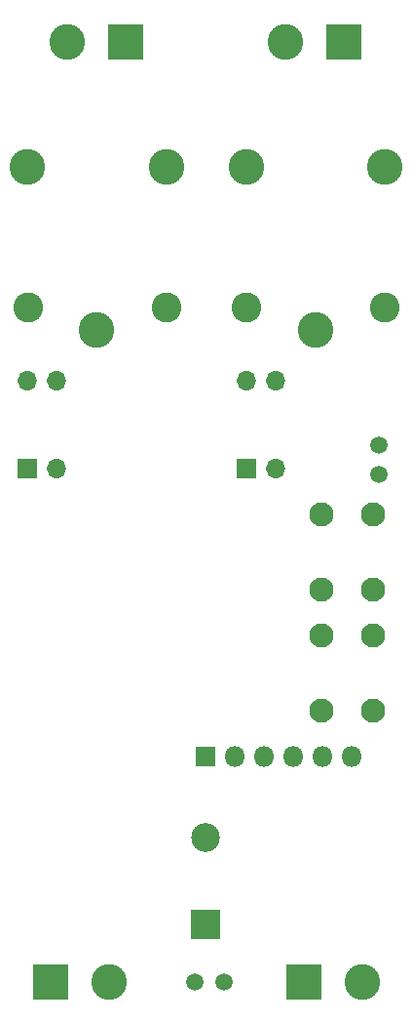
<source format=gbr>
%TF.GenerationSoftware,KiCad,Pcbnew,(5.1.6)-1*%
%TF.CreationDate,2020-08-04T14:24:57+05:30*%
%TF.ProjectId,ESP32-BLE-Relay-Control-Board,45535033-322d-4424-9c45-2d52656c6179,rev?*%
%TF.SameCoordinates,Original*%
%TF.FileFunction,Soldermask,Bot*%
%TF.FilePolarity,Negative*%
%FSLAX46Y46*%
G04 Gerber Fmt 4.6, Leading zero omitted, Abs format (unit mm)*
G04 Created by KiCad (PCBNEW (5.1.6)-1) date 2020-08-04 14:24:57*
%MOMM*%
%LPD*%
G01*
G04 APERTURE LIST*
%ADD10C,1.500000*%
%ADD11O,1.800000X1.800000*%
%ADD12R,1.800000X1.800000*%
%ADD13C,3.100000*%
%ADD14R,3.100000X3.100000*%
%ADD15C,2.500000*%
%ADD16R,2.500000X2.500000*%
%ADD17C,2.100000*%
%ADD18O,1.700000X1.700000*%
%ADD19R,1.700000X1.700000*%
%ADD20C,2.600000*%
G04 APERTURE END LIST*
D10*
%TO.C,JP2-BOOT1*%
X133500000Y-109460000D03*
X133500000Y-112000000D03*
%TD*%
D11*
%TO.C,J5*%
X131160000Y-136500000D03*
X128620000Y-136500000D03*
X126080000Y-136500000D03*
X123540000Y-136500000D03*
X121000000Y-136500000D03*
D12*
X118460000Y-136500000D03*
%TD*%
D10*
%TO.C,JP1*%
X117500000Y-156000000D03*
X120040000Y-156000000D03*
%TD*%
D13*
%TO.C,J4*%
X110080000Y-156000000D03*
D14*
X105000000Y-156000000D03*
%TD*%
D13*
%TO.C,J3*%
X132080000Y-156000000D03*
D14*
X127000000Y-156000000D03*
%TD*%
D13*
%TO.C,J2*%
X106420000Y-74500000D03*
D14*
X111500000Y-74500000D03*
%TD*%
D13*
%TO.C,J1*%
X125420000Y-74500000D03*
D14*
X130500000Y-74500000D03*
%TD*%
D15*
%TO.C,C6*%
X118500000Y-143500000D03*
D16*
X118500000Y-151000000D03*
%TD*%
D17*
%TO.C,BOOT1*%
X128500000Y-115500000D03*
X133000000Y-115500000D03*
X128500000Y-122000000D03*
X133000000Y-122000000D03*
%TD*%
%TO.C,RST1*%
X128500000Y-126000000D03*
X133000000Y-126000000D03*
X128500000Y-132500000D03*
X133000000Y-132500000D03*
%TD*%
D18*
%TO.C,U3*%
X122000000Y-103880000D03*
X124540000Y-111500000D03*
X124540000Y-103880000D03*
D19*
X122000000Y-111500000D03*
%TD*%
D13*
%TO.C,K2*%
X128000000Y-99500000D03*
D20*
X122050000Y-97550000D03*
D13*
X122000000Y-85300000D03*
X134050000Y-85350000D03*
D20*
X134050000Y-97550000D03*
%TD*%
D18*
%TO.C,U2*%
X103000000Y-103880000D03*
X105540000Y-111500000D03*
X105540000Y-103880000D03*
D19*
X103000000Y-111500000D03*
%TD*%
D13*
%TO.C,K1*%
X109000000Y-99500000D03*
D20*
X103050000Y-97550000D03*
D13*
X103000000Y-85300000D03*
X115050000Y-85350000D03*
D20*
X115050000Y-97550000D03*
%TD*%
M02*

</source>
